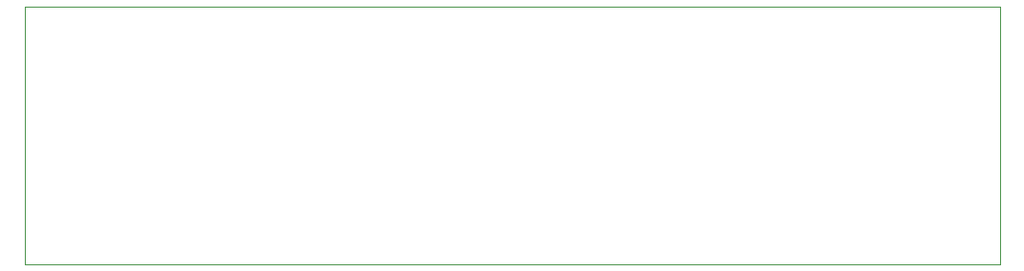
<source format=gbr>
%TF.GenerationSoftware,KiCad,Pcbnew,(5.1.6)-1*%
%TF.CreationDate,2022-04-26T10:23:00-04:00*%
%TF.ProjectId,rs485_5vreg_tray_short_v2,72733438-355f-4357-9672-65675f747261,v2*%
%TF.SameCoordinates,Original*%
%TF.FileFunction,Profile,NP*%
%FSLAX46Y46*%
G04 Gerber Fmt 4.6, Leading zero omitted, Abs format (unit mm)*
G04 Created by KiCad (PCBNEW (5.1.6)-1) date 2022-04-26 10:23:00*
%MOMM*%
%LPD*%
G01*
G04 APERTURE LIST*
%TA.AperFunction,Profile*%
%ADD10C,0.050000*%
%TD*%
G04 APERTURE END LIST*
D10*
X50800000Y-124460000D02*
X50800000Y-101600000D01*
X137160000Y-124460000D02*
X50800000Y-124460000D01*
X137160000Y-101600000D02*
X137160000Y-124460000D01*
X50800000Y-101600000D02*
X137160000Y-101600000D01*
M02*

</source>
